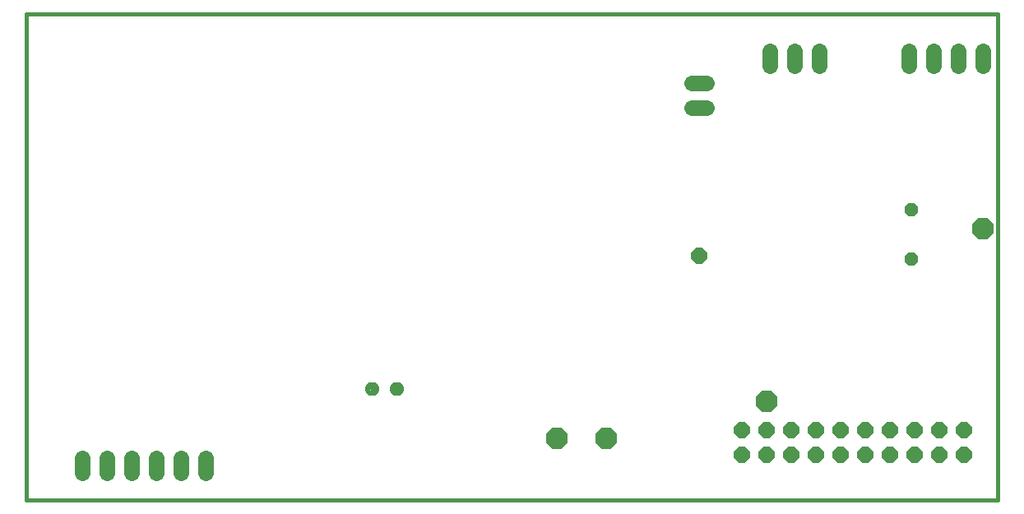
<source format=gbs>
G75*
%MOIN*%
%OFA0B0*%
%FSLAX25Y25*%
%IPPOS*%
%LPD*%
%AMOC8*
5,1,8,0,0,1.08239X$1,22.5*
%
%ADD10C,0.01600*%
%ADD11C,0.01120*%
%ADD12OC8,0.08900*%
%ADD13OC8,0.06400*%
%ADD14C,0.06400*%
%ADD15OC8,0.05600*%
D10*
X0001800Y0010127D02*
X0395501Y0010127D01*
X0395501Y0206977D01*
X0001800Y0206977D01*
X0001800Y0010127D01*
D11*
X0141482Y0056806D02*
X0140922Y0057366D01*
X0142778Y0057366D01*
X0144089Y0056055D01*
X0144089Y0054199D01*
X0142778Y0052888D01*
X0140922Y0052888D01*
X0139611Y0054199D01*
X0139611Y0056055D01*
X0140922Y0057366D01*
X0141270Y0056526D01*
X0142430Y0056526D01*
X0143249Y0055707D01*
X0143249Y0054547D01*
X0142430Y0053728D01*
X0141270Y0053728D01*
X0140451Y0054547D01*
X0140451Y0055707D01*
X0141270Y0056526D01*
X0141618Y0055686D01*
X0142082Y0055686D01*
X0142409Y0055359D01*
X0142409Y0054895D01*
X0142082Y0054568D01*
X0141618Y0054568D01*
X0141291Y0054895D01*
X0141291Y0055359D01*
X0141618Y0055686D01*
X0151382Y0056806D02*
X0150822Y0057366D01*
X0152678Y0057366D01*
X0153989Y0056055D01*
X0153989Y0054199D01*
X0152678Y0052888D01*
X0150822Y0052888D01*
X0149511Y0054199D01*
X0149511Y0056055D01*
X0150822Y0057366D01*
X0151170Y0056526D01*
X0152330Y0056526D01*
X0153149Y0055707D01*
X0153149Y0054547D01*
X0152330Y0053728D01*
X0151170Y0053728D01*
X0150351Y0054547D01*
X0150351Y0055707D01*
X0151170Y0056526D01*
X0151518Y0055686D01*
X0151982Y0055686D01*
X0152309Y0055359D01*
X0152309Y0054895D01*
X0151982Y0054568D01*
X0151518Y0054568D01*
X0151191Y0054895D01*
X0151191Y0055359D01*
X0151518Y0055686D01*
D12*
X0216800Y0035127D03*
X0236800Y0035127D03*
X0301800Y0050127D03*
X0389300Y0120127D03*
D13*
X0274300Y0108877D03*
X0291800Y0038375D03*
X0301800Y0038375D03*
X0311800Y0038375D03*
X0321800Y0038375D03*
X0331800Y0038375D03*
X0341800Y0038375D03*
X0351800Y0038375D03*
X0361800Y0038375D03*
X0371800Y0038375D03*
X0381800Y0038375D03*
X0381800Y0028375D03*
X0371800Y0028375D03*
X0361800Y0028375D03*
X0351800Y0028375D03*
X0341800Y0028375D03*
X0331800Y0028375D03*
X0321800Y0028375D03*
X0311800Y0028375D03*
X0301800Y0028375D03*
X0291800Y0028375D03*
D14*
X0074300Y0026877D02*
X0074300Y0020877D01*
X0064300Y0020877D02*
X0064300Y0026877D01*
X0054300Y0026877D02*
X0054300Y0020877D01*
X0044300Y0020877D02*
X0044300Y0026877D01*
X0034300Y0026877D02*
X0034300Y0020877D01*
X0024300Y0020877D02*
X0024300Y0026877D01*
X0271300Y0168877D02*
X0277300Y0168877D01*
X0277300Y0178877D02*
X0271300Y0178877D01*
X0303050Y0185877D02*
X0303050Y0191877D01*
X0313050Y0191877D02*
X0313050Y0185877D01*
X0323050Y0185877D02*
X0323050Y0191877D01*
X0359300Y0191877D02*
X0359300Y0185877D01*
X0369300Y0185877D02*
X0369300Y0191877D01*
X0379300Y0191877D02*
X0379300Y0185877D01*
X0389300Y0185877D02*
X0389300Y0191877D01*
D15*
X0360550Y0127627D03*
X0360550Y0107627D03*
M02*

</source>
